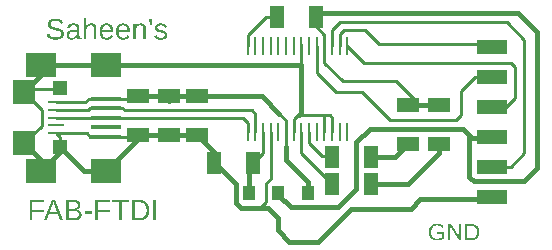
<source format=gbr>
G04 EAGLE Gerber RS-274X export*
G75*
%MOMM*%
%FSLAX34Y34*%
%LPD*%
%INTop Copper*%
%IPPOS*%
%AMOC8*
5,1,8,0,0,1.08239X$1,22.5*%
G01*
G04 Define Apertures*
%ADD10R,0.227331X1.500000*%
%ADD11R,2.540000X1.270000*%
%ADD12R,2.500000X0.350000*%
%ADD13R,2.500000X2.000000*%
%ADD14R,1.900000X2.150000*%
%ADD15R,1.300000X1.200000*%
%ADD16R,1.350000X0.228600*%
%ADD17R,1.350000X0.243841*%
%ADD18R,1.270000X1.905000*%
%ADD19R,1.905000X1.270000*%
%ADD20R,1.000000X1.200000*%
%ADD21C,0.228600*%
%ADD22C,0.406400*%
G36*
X60354Y188718D02*
X60733Y188747D01*
X61097Y188797D01*
X61446Y188866D01*
X61780Y188954D01*
X62098Y189063D01*
X62402Y189191D01*
X62690Y189339D01*
X62966Y189511D01*
X63234Y189711D01*
X63493Y189938D01*
X63743Y190194D01*
X63985Y190477D01*
X64218Y190787D01*
X64443Y191126D01*
X64659Y191492D01*
X64732Y191492D01*
X64758Y191160D01*
X64800Y190851D01*
X64856Y190565D01*
X64927Y190301D01*
X65014Y190060D01*
X65115Y189842D01*
X65232Y189647D01*
X65364Y189474D01*
X65514Y189323D01*
X65685Y189193D01*
X65877Y189082D01*
X66090Y188991D01*
X66323Y188921D01*
X66578Y188871D01*
X66853Y188840D01*
X67149Y188830D01*
X67582Y188843D01*
X68011Y188879D01*
X68435Y188941D01*
X68854Y189027D01*
X68854Y190401D01*
X68471Y190336D01*
X68131Y190315D01*
X67957Y190323D01*
X67798Y190346D01*
X67653Y190385D01*
X67523Y190439D01*
X67408Y190509D01*
X67307Y190594D01*
X67221Y190695D01*
X67149Y190812D01*
X67037Y191090D01*
X66956Y191430D01*
X66908Y191829D01*
X66892Y192290D01*
X66892Y198007D01*
X66872Y198534D01*
X66813Y199029D01*
X66714Y199491D01*
X66576Y199922D01*
X66398Y200321D01*
X66181Y200688D01*
X65924Y201023D01*
X65628Y201325D01*
X65293Y201594D01*
X64919Y201827D01*
X64506Y202024D01*
X64055Y202186D01*
X63564Y202311D01*
X63036Y202401D01*
X62468Y202454D01*
X61862Y202472D01*
X61283Y202458D01*
X60737Y202416D01*
X60224Y202346D01*
X59744Y202249D01*
X59296Y202123D01*
X58882Y201969D01*
X58500Y201787D01*
X58151Y201577D01*
X57834Y201339D01*
X57551Y201073D01*
X57300Y200779D01*
X57082Y200457D01*
X56896Y200108D01*
X56744Y199730D01*
X56624Y199324D01*
X56537Y198890D01*
X58844Y198682D01*
X58886Y198948D01*
X58945Y199196D01*
X59021Y199425D01*
X59114Y199635D01*
X59223Y199827D01*
X59350Y200000D01*
X59493Y200154D01*
X59653Y200289D01*
X59835Y200407D01*
X60041Y200509D01*
X60273Y200595D01*
X60531Y200666D01*
X60813Y200721D01*
X61121Y200760D01*
X61454Y200784D01*
X61813Y200792D01*
X62168Y200781D01*
X62500Y200748D01*
X62806Y200693D01*
X63088Y200617D01*
X63346Y200519D01*
X63579Y200398D01*
X63788Y200256D01*
X63972Y200092D01*
X64133Y199903D01*
X64272Y199685D01*
X64390Y199439D01*
X64487Y199163D01*
X64562Y198859D01*
X64616Y198526D01*
X64648Y198164D01*
X64659Y197774D01*
X64659Y197050D01*
X61678Y197001D01*
X60949Y196966D01*
X60273Y196900D01*
X59648Y196801D01*
X59075Y196670D01*
X58555Y196506D01*
X58086Y196311D01*
X57669Y196083D01*
X57304Y195823D01*
X56986Y195532D01*
X56711Y195211D01*
X56478Y194860D01*
X56287Y194480D01*
X56139Y194069D01*
X56033Y193629D01*
X55970Y193158D01*
X55948Y192658D01*
X55964Y192210D01*
X56011Y191787D01*
X56090Y191388D01*
X56200Y191014D01*
X56341Y190664D01*
X56514Y190339D01*
X56719Y190039D01*
X56954Y189763D01*
X57221Y189515D01*
X57520Y189301D01*
X57849Y189120D01*
X58209Y188971D01*
X58600Y188856D01*
X59022Y188774D01*
X59476Y188724D01*
X59960Y188708D01*
X60354Y188718D01*
G37*
%LPC*%
G36*
X60201Y190373D02*
X59954Y190401D01*
X59723Y190447D01*
X59508Y190511D01*
X59308Y190594D01*
X59123Y190695D01*
X58954Y190815D01*
X58801Y190953D01*
X58664Y191108D01*
X58546Y191278D01*
X58446Y191463D01*
X58364Y191664D01*
X58300Y191880D01*
X58254Y192112D01*
X58227Y192359D01*
X58218Y192621D01*
X58225Y192864D01*
X58245Y193094D01*
X58278Y193313D01*
X58325Y193520D01*
X58386Y193715D01*
X58460Y193898D01*
X58547Y194069D01*
X58647Y194228D01*
X58886Y194515D01*
X59170Y194762D01*
X59502Y194969D01*
X59880Y195136D01*
X60093Y195205D01*
X60329Y195266D01*
X60873Y195363D01*
X61510Y195426D01*
X62242Y195455D01*
X64659Y195504D01*
X64659Y194412D01*
X64650Y194159D01*
X64625Y193907D01*
X64582Y193656D01*
X64522Y193408D01*
X64446Y193161D01*
X64352Y192916D01*
X64241Y192673D01*
X64113Y192431D01*
X63970Y192197D01*
X63815Y191975D01*
X63647Y191767D01*
X63467Y191571D01*
X63275Y191388D01*
X63070Y191218D01*
X62852Y191060D01*
X62622Y190916D01*
X62382Y190787D01*
X62133Y190674D01*
X61876Y190579D01*
X61610Y190502D01*
X61336Y190441D01*
X61054Y190398D01*
X60763Y190372D01*
X60463Y190364D01*
X60201Y190373D01*
G37*
%LPD*%
G36*
X90425Y188720D02*
X90917Y188757D01*
X91386Y188818D01*
X91830Y188904D01*
X92251Y189014D01*
X92649Y189149D01*
X93022Y189309D01*
X93372Y189493D01*
X93699Y189701D01*
X94001Y189934D01*
X94280Y190192D01*
X94535Y190474D01*
X94767Y190781D01*
X94975Y191112D01*
X95159Y191468D01*
X95320Y191848D01*
X93381Y192400D01*
X93296Y192184D01*
X93193Y191978D01*
X93073Y191781D01*
X92935Y191594D01*
X92780Y191416D01*
X92607Y191248D01*
X92417Y191089D01*
X92210Y190940D01*
X91985Y190805D01*
X91742Y190688D01*
X91481Y190589D01*
X91202Y190508D01*
X90906Y190445D01*
X90592Y190400D01*
X90260Y190373D01*
X89910Y190364D01*
X89469Y190383D01*
X89056Y190441D01*
X88670Y190538D01*
X88312Y190674D01*
X87980Y190848D01*
X87676Y191061D01*
X87399Y191312D01*
X87149Y191603D01*
X86928Y191929D01*
X86736Y192288D01*
X86574Y192679D01*
X86441Y193103D01*
X86337Y193559D01*
X86264Y194048D01*
X86219Y194570D01*
X86205Y195124D01*
X95676Y195124D01*
X95676Y195418D01*
X95653Y196272D01*
X95584Y197072D01*
X95533Y197450D01*
X95470Y197816D01*
X95396Y198167D01*
X95310Y198504D01*
X95213Y198828D01*
X95104Y199138D01*
X94984Y199434D01*
X94853Y199717D01*
X94710Y199986D01*
X94556Y200240D01*
X94390Y200482D01*
X94213Y200709D01*
X94024Y200922D01*
X93824Y201122D01*
X93613Y201308D01*
X93390Y201480D01*
X93155Y201639D01*
X92910Y201784D01*
X92653Y201914D01*
X92384Y202032D01*
X92104Y202135D01*
X91812Y202224D01*
X91510Y202300D01*
X91195Y202362D01*
X90870Y202410D01*
X90532Y202445D01*
X90184Y202466D01*
X89824Y202472D01*
X89472Y202466D01*
X89130Y202445D01*
X88798Y202411D01*
X88477Y202363D01*
X88166Y202301D01*
X87865Y202226D01*
X87575Y202137D01*
X87295Y202034D01*
X87025Y201917D01*
X86766Y201787D01*
X86517Y201643D01*
X86278Y201486D01*
X86049Y201314D01*
X85831Y201129D01*
X85623Y200931D01*
X85426Y200718D01*
X85239Y200493D01*
X85065Y200256D01*
X84902Y200006D01*
X84752Y199745D01*
X84614Y199472D01*
X84487Y199187D01*
X84373Y198890D01*
X84271Y198580D01*
X84181Y198259D01*
X84102Y197926D01*
X84036Y197581D01*
X83982Y197224D01*
X83940Y196855D01*
X83910Y196474D01*
X83892Y196081D01*
X83886Y195676D01*
X83892Y195250D01*
X83910Y194838D01*
X83940Y194439D01*
X83982Y194053D01*
X84036Y193680D01*
X84102Y193321D01*
X84181Y192975D01*
X84271Y192643D01*
X84373Y192323D01*
X84487Y192018D01*
X84614Y191725D01*
X84752Y191446D01*
X84902Y191180D01*
X85065Y190927D01*
X85239Y190688D01*
X85426Y190462D01*
X85624Y190250D01*
X85832Y190051D01*
X86052Y189866D01*
X86283Y189694D01*
X86525Y189537D01*
X86778Y189393D01*
X87042Y189263D01*
X87316Y189146D01*
X87602Y189043D01*
X87899Y188954D01*
X88207Y188879D01*
X88525Y188817D01*
X88855Y188769D01*
X89195Y188735D01*
X89547Y188715D01*
X89910Y188708D01*
X90425Y188720D01*
G37*
%LPC*%
G36*
X86229Y196817D02*
X86261Y197274D01*
X86320Y197705D01*
X86406Y198112D01*
X86519Y198493D01*
X86659Y198849D01*
X86826Y199180D01*
X87020Y199486D01*
X87241Y199767D01*
X87486Y200019D01*
X87752Y200237D01*
X88039Y200421D01*
X88347Y200572D01*
X88676Y200690D01*
X89025Y200774D01*
X89396Y200824D01*
X89787Y200841D01*
X90189Y200826D01*
X90567Y200781D01*
X90920Y200705D01*
X91250Y200600D01*
X91555Y200465D01*
X91836Y200299D01*
X92094Y200103D01*
X92326Y199878D01*
X92536Y199619D01*
X92724Y199325D01*
X92891Y198996D01*
X93035Y198631D01*
X93157Y198231D01*
X93258Y197795D01*
X93337Y197324D01*
X93394Y196817D01*
X86229Y196817D01*
G37*
%LPD*%
G36*
X104394Y188720D02*
X104886Y188757D01*
X105354Y188818D01*
X105799Y188904D01*
X106220Y189014D01*
X106617Y189149D01*
X106991Y189309D01*
X107341Y189493D01*
X107667Y189701D01*
X107970Y189934D01*
X108249Y190192D01*
X108504Y190474D01*
X108736Y190781D01*
X108944Y191112D01*
X109128Y191468D01*
X109289Y191848D01*
X107350Y192400D01*
X107265Y192184D01*
X107162Y191978D01*
X107042Y191781D01*
X106904Y191594D01*
X106749Y191416D01*
X106576Y191248D01*
X106386Y191089D01*
X106179Y190940D01*
X105953Y190805D01*
X105711Y190688D01*
X105450Y190589D01*
X105171Y190508D01*
X104875Y190445D01*
X104560Y190400D01*
X104228Y190373D01*
X103878Y190364D01*
X103438Y190383D01*
X103025Y190441D01*
X102639Y190538D01*
X102280Y190674D01*
X101949Y190848D01*
X101645Y191061D01*
X101368Y191312D01*
X101118Y191603D01*
X100897Y191929D01*
X100705Y192288D01*
X100542Y192679D01*
X100410Y193103D01*
X100306Y193559D01*
X100232Y194048D01*
X100188Y194570D01*
X100173Y195124D01*
X109644Y195124D01*
X109644Y195418D01*
X109621Y196272D01*
X109553Y197072D01*
X109501Y197450D01*
X109439Y197816D01*
X109364Y198167D01*
X109279Y198504D01*
X109181Y198828D01*
X109073Y199138D01*
X108953Y199434D01*
X108821Y199717D01*
X108679Y199986D01*
X108524Y200240D01*
X108359Y200482D01*
X108181Y200709D01*
X107993Y200922D01*
X107793Y201122D01*
X107581Y201308D01*
X107358Y201480D01*
X107124Y201639D01*
X106878Y201784D01*
X106621Y201914D01*
X106353Y202032D01*
X106073Y202135D01*
X105781Y202224D01*
X105478Y202300D01*
X105164Y202362D01*
X104838Y202410D01*
X104501Y202445D01*
X104152Y202466D01*
X103792Y202472D01*
X103440Y202466D01*
X103098Y202445D01*
X102767Y202411D01*
X102446Y202363D01*
X102135Y202301D01*
X101834Y202226D01*
X101544Y202137D01*
X101264Y202034D01*
X100994Y201917D01*
X100735Y201787D01*
X100485Y201643D01*
X100247Y201486D01*
X100018Y201314D01*
X99800Y201129D01*
X99592Y200931D01*
X99394Y200718D01*
X99208Y200493D01*
X99034Y200256D01*
X98871Y200006D01*
X98721Y199745D01*
X98582Y199472D01*
X98456Y199187D01*
X98342Y198890D01*
X98240Y198580D01*
X98149Y198259D01*
X98071Y197926D01*
X98005Y197581D01*
X97951Y197224D01*
X97909Y196855D01*
X97879Y196474D01*
X97861Y196081D01*
X97855Y195676D01*
X97861Y195250D01*
X97879Y194838D01*
X97909Y194439D01*
X97951Y194053D01*
X98005Y193680D01*
X98071Y193321D01*
X98149Y192975D01*
X98240Y192643D01*
X98342Y192323D01*
X98456Y192018D01*
X98582Y191725D01*
X98721Y191446D01*
X98871Y191180D01*
X99034Y190927D01*
X99208Y190688D01*
X99394Y190462D01*
X99592Y190250D01*
X99801Y190051D01*
X100021Y189866D01*
X100252Y189694D01*
X100494Y189537D01*
X100747Y189393D01*
X101010Y189263D01*
X101285Y189146D01*
X101571Y189043D01*
X101868Y188954D01*
X102175Y188879D01*
X102494Y188817D01*
X102824Y188769D01*
X103164Y188735D01*
X103516Y188715D01*
X103878Y188708D01*
X104394Y188720D01*
G37*
%LPC*%
G36*
X100198Y196817D02*
X100230Y197274D01*
X100289Y197705D01*
X100375Y198112D01*
X100488Y198493D01*
X100628Y198849D01*
X100795Y199180D01*
X100989Y199486D01*
X101210Y199767D01*
X101455Y200019D01*
X101721Y200237D01*
X102008Y200421D01*
X102316Y200572D01*
X102644Y200690D01*
X102994Y200774D01*
X103364Y200824D01*
X103756Y200841D01*
X104158Y200826D01*
X104535Y200781D01*
X104889Y200705D01*
X105219Y200600D01*
X105524Y200465D01*
X105805Y200299D01*
X106062Y200103D01*
X106295Y199878D01*
X106505Y199619D01*
X106693Y199325D01*
X106859Y198996D01*
X107004Y198631D01*
X107126Y198231D01*
X107227Y197795D01*
X107306Y197324D01*
X107362Y196817D01*
X100198Y196817D01*
G37*
%LPD*%
G36*
X47422Y188728D02*
X48200Y188790D01*
X48930Y188892D01*
X49613Y189036D01*
X50247Y189220D01*
X50834Y189446D01*
X51374Y189713D01*
X51865Y190020D01*
X52304Y190365D01*
X52684Y190744D01*
X52852Y190946D01*
X53005Y191157D01*
X53144Y191376D01*
X53268Y191603D01*
X53378Y191839D01*
X53473Y192083D01*
X53553Y192336D01*
X53619Y192597D01*
X53670Y192866D01*
X53707Y193144D01*
X53729Y193430D01*
X53736Y193725D01*
X53720Y194182D01*
X53670Y194609D01*
X53588Y195004D01*
X53472Y195369D01*
X53328Y195707D01*
X53158Y196022D01*
X52963Y196315D01*
X52742Y196584D01*
X52499Y196831D01*
X52235Y197059D01*
X51950Y197267D01*
X51644Y197455D01*
X50990Y197788D01*
X50289Y198074D01*
X49548Y198320D01*
X48774Y198528D01*
X47185Y198902D01*
X46094Y199156D01*
X45201Y199389D01*
X44505Y199601D01*
X44008Y199792D01*
X43632Y199983D01*
X43304Y200194D01*
X43022Y200424D01*
X42787Y200675D01*
X42602Y200953D01*
X42529Y201105D01*
X42469Y201266D01*
X42423Y201435D01*
X42390Y201612D01*
X42370Y201799D01*
X42364Y201994D01*
X42381Y202324D01*
X42432Y202633D01*
X42517Y202920D01*
X42637Y203187D01*
X42790Y203433D01*
X42978Y203657D01*
X43200Y203860D01*
X43455Y204043D01*
X43744Y204204D01*
X44063Y204343D01*
X44412Y204461D01*
X44793Y204558D01*
X45204Y204633D01*
X45645Y204687D01*
X46118Y204719D01*
X46621Y204730D01*
X47080Y204720D01*
X47514Y204691D01*
X47922Y204643D01*
X48304Y204575D01*
X48661Y204488D01*
X48992Y204381D01*
X49298Y204255D01*
X49577Y204110D01*
X49833Y203944D01*
X50068Y203753D01*
X50281Y203539D01*
X50473Y203302D01*
X50643Y203041D01*
X50792Y202756D01*
X50919Y202448D01*
X51025Y202117D01*
X53331Y202521D01*
X53160Y203045D01*
X52960Y203528D01*
X52731Y203972D01*
X52473Y204375D01*
X52185Y204740D01*
X51868Y205064D01*
X51523Y205349D01*
X51148Y205595D01*
X50736Y205806D01*
X50282Y205989D01*
X49784Y206144D01*
X49243Y206271D01*
X48658Y206370D01*
X48031Y206440D01*
X47360Y206482D01*
X46645Y206496D01*
X45877Y206478D01*
X45154Y206421D01*
X44477Y206327D01*
X43847Y206196D01*
X43261Y206027D01*
X42722Y205820D01*
X42229Y205576D01*
X41781Y205294D01*
X41383Y204978D01*
X41038Y204629D01*
X40746Y204249D01*
X40507Y203837D01*
X40321Y203393D01*
X40248Y203160D01*
X40188Y202918D01*
X40142Y202668D01*
X40108Y202410D01*
X40088Y202145D01*
X40082Y201871D01*
X40102Y201400D01*
X40163Y200957D01*
X40265Y200542D01*
X40407Y200154D01*
X40587Y199791D01*
X40804Y199453D01*
X41057Y199138D01*
X41345Y198847D01*
X41680Y198575D01*
X42071Y198315D01*
X42517Y198069D01*
X43020Y197835D01*
X43612Y197608D01*
X44328Y197381D01*
X45167Y197154D01*
X46130Y196927D01*
X48277Y196424D01*
X48745Y196301D01*
X49179Y196164D01*
X49579Y196013D01*
X49945Y195848D01*
X50275Y195664D01*
X50566Y195458D01*
X50818Y195229D01*
X51031Y194977D01*
X51200Y194693D01*
X51321Y194369D01*
X51363Y194193D01*
X51393Y194006D01*
X51411Y193809D01*
X51417Y193603D01*
X51398Y193237D01*
X51340Y192894D01*
X51244Y192574D01*
X51109Y192276D01*
X50936Y192002D01*
X50724Y191750D01*
X50474Y191521D01*
X50185Y191315D01*
X49860Y191132D01*
X49503Y190974D01*
X49114Y190840D01*
X48692Y190730D01*
X48238Y190645D01*
X47752Y190584D01*
X47233Y190548D01*
X46682Y190536D01*
X46147Y190547D01*
X45642Y190581D01*
X45164Y190638D01*
X44716Y190718D01*
X44296Y190821D01*
X43906Y190946D01*
X43543Y191094D01*
X43210Y191266D01*
X42905Y191461D01*
X42627Y191682D01*
X42377Y191929D01*
X42155Y192203D01*
X41960Y192501D01*
X41793Y192826D01*
X41654Y193177D01*
X41542Y193554D01*
X39272Y193100D01*
X39419Y192568D01*
X39607Y192070D01*
X39836Y191607D01*
X40107Y191178D01*
X40420Y190784D01*
X40774Y190423D01*
X41169Y190097D01*
X41606Y189806D01*
X42085Y189548D01*
X42605Y189325D01*
X43166Y189137D01*
X43769Y188982D01*
X44414Y188862D01*
X45100Y188776D01*
X45827Y188725D01*
X46596Y188708D01*
X47422Y188728D01*
G37*
G36*
X72800Y196780D02*
X72815Y197225D01*
X72859Y197647D01*
X72932Y198046D01*
X73035Y198421D01*
X73167Y198773D01*
X73328Y199101D01*
X73519Y199406D01*
X73739Y199688D01*
X73983Y199941D01*
X74247Y200160D01*
X74530Y200345D01*
X74832Y200497D01*
X75154Y200615D01*
X75495Y200700D01*
X75855Y200750D01*
X76235Y200767D01*
X76728Y200747D01*
X77165Y200687D01*
X77544Y200588D01*
X77867Y200448D01*
X78141Y200266D01*
X78373Y200039D01*
X78564Y199766D01*
X78713Y199448D01*
X78826Y199063D01*
X78907Y198588D01*
X78955Y198023D01*
X78971Y197369D01*
X78971Y188953D01*
X81192Y188953D01*
X81192Y197798D01*
X81176Y198407D01*
X81128Y198971D01*
X81048Y199489D01*
X80935Y199962D01*
X80791Y200389D01*
X80615Y200771D01*
X80407Y201108D01*
X80167Y201399D01*
X79893Y201651D01*
X79584Y201869D01*
X79239Y202053D01*
X78859Y202204D01*
X78443Y202321D01*
X77992Y202405D01*
X77506Y202456D01*
X76984Y202472D01*
X76609Y202463D01*
X76250Y202434D01*
X75909Y202387D01*
X75584Y202321D01*
X75275Y202235D01*
X74984Y202131D01*
X74709Y202007D01*
X74450Y201865D01*
X74205Y201702D01*
X73968Y201518D01*
X73741Y201312D01*
X73523Y201085D01*
X73313Y200835D01*
X73113Y200564D01*
X72921Y200272D01*
X72739Y199957D01*
X72702Y199957D01*
X72757Y200878D01*
X72789Y201663D01*
X72800Y202423D01*
X72800Y207159D01*
X70592Y207159D01*
X70592Y188953D01*
X72800Y188953D01*
X72800Y196780D01*
G37*
G36*
X114706Y196645D02*
X114721Y197116D01*
X114764Y197561D01*
X114836Y197980D01*
X114936Y198372D01*
X115066Y198737D01*
X115224Y199076D01*
X115411Y199389D01*
X115627Y199675D01*
X115867Y199931D01*
X116129Y200153D01*
X116412Y200341D01*
X116715Y200494D01*
X117040Y200614D01*
X117386Y200699D01*
X117753Y200750D01*
X118142Y200767D01*
X118654Y200747D01*
X119102Y200687D01*
X119483Y200588D01*
X119648Y200523D01*
X119798Y200448D01*
X120061Y200263D01*
X120285Y200028D01*
X120472Y199742D01*
X120620Y199405D01*
X120732Y199007D01*
X120813Y198534D01*
X120861Y197988D01*
X120877Y197369D01*
X120877Y188953D01*
X123098Y188953D01*
X123098Y197798D01*
X123082Y198402D01*
X123035Y198961D01*
X122956Y199476D01*
X122845Y199947D01*
X122702Y200373D01*
X122529Y200755D01*
X122323Y201093D01*
X122086Y201387D01*
X121814Y201641D01*
X121506Y201862D01*
X121162Y202048D01*
X120781Y202201D01*
X120363Y202320D01*
X119909Y202405D01*
X119418Y202455D01*
X118890Y202472D01*
X118526Y202463D01*
X118178Y202437D01*
X117845Y202392D01*
X117527Y202330D01*
X117224Y202250D01*
X116936Y202152D01*
X116663Y202036D01*
X116406Y201902D01*
X116159Y201747D01*
X115921Y201566D01*
X115689Y201361D01*
X115466Y201131D01*
X115249Y200875D01*
X115040Y200594D01*
X114839Y200288D01*
X114645Y199957D01*
X114608Y199957D01*
X114565Y201276D01*
X114535Y201896D01*
X114510Y202227D01*
X112425Y202227D01*
X112457Y201857D01*
X112480Y201261D01*
X112498Y199393D01*
X112498Y188953D01*
X114706Y188953D01*
X114706Y196645D01*
G37*
G36*
X136427Y188724D02*
X137011Y188771D01*
X137561Y188851D01*
X138074Y188962D01*
X138553Y189105D01*
X138996Y189280D01*
X139403Y189487D01*
X139775Y189726D01*
X140107Y189994D01*
X140395Y190289D01*
X140639Y190610D01*
X140838Y190959D01*
X140993Y191334D01*
X141104Y191736D01*
X141170Y192165D01*
X141192Y192621D01*
X141177Y192991D01*
X141131Y193340D01*
X141054Y193669D01*
X140947Y193977D01*
X140811Y194265D01*
X140651Y194537D01*
X140465Y194790D01*
X140254Y195026D01*
X140009Y195248D01*
X139725Y195460D01*
X139399Y195662D01*
X139033Y195854D01*
X138585Y196045D01*
X138015Y196245D01*
X137321Y196453D01*
X136506Y196670D01*
X135659Y196884D01*
X134972Y197074D01*
X134445Y197240D01*
X134077Y197381D01*
X133806Y197517D01*
X133571Y197666D01*
X133370Y197830D01*
X133206Y198007D01*
X133077Y198203D01*
X132985Y198424D01*
X132930Y198669D01*
X132911Y198939D01*
X132922Y199162D01*
X132956Y199370D01*
X133011Y199564D01*
X133089Y199743D01*
X133189Y199907D01*
X133311Y200057D01*
X133456Y200192D01*
X133623Y200313D01*
X133813Y200420D01*
X134028Y200512D01*
X134267Y200590D01*
X134531Y200654D01*
X134819Y200703D01*
X135132Y200739D01*
X135469Y200760D01*
X135831Y200767D01*
X136160Y200760D01*
X136472Y200738D01*
X136766Y200701D01*
X137044Y200649D01*
X137305Y200583D01*
X137548Y200501D01*
X137775Y200406D01*
X137984Y200295D01*
X138175Y200170D01*
X138347Y200033D01*
X138500Y199883D01*
X138633Y199720D01*
X138746Y199544D01*
X138841Y199355D01*
X138916Y199154D01*
X138972Y198939D01*
X140959Y199185D01*
X140858Y199596D01*
X140728Y199979D01*
X140568Y200332D01*
X140378Y200657D01*
X140158Y200952D01*
X139909Y201218D01*
X139630Y201455D01*
X139321Y201663D01*
X138984Y201844D01*
X138618Y202001D01*
X138224Y202134D01*
X137801Y202242D01*
X137351Y202327D01*
X136873Y202387D01*
X136366Y202424D01*
X135831Y202436D01*
X135230Y202421D01*
X134666Y202376D01*
X134139Y202302D01*
X133649Y202198D01*
X133196Y202064D01*
X132780Y201901D01*
X132401Y201708D01*
X132058Y201485D01*
X131755Y201234D01*
X131492Y200955D01*
X131270Y200650D01*
X131088Y200318D01*
X130946Y199959D01*
X130845Y199572D01*
X130784Y199159D01*
X130764Y198718D01*
X130771Y198478D01*
X130793Y198247D01*
X130828Y198025D01*
X130878Y197814D01*
X130942Y197611D01*
X131020Y197419D01*
X131112Y197236D01*
X131218Y197062D01*
X131467Y196737D01*
X131759Y196438D01*
X132096Y196164D01*
X132476Y195915D01*
X132946Y195678D01*
X133554Y195438D01*
X134299Y195196D01*
X135181Y194952D01*
X136763Y194535D01*
X137323Y194365D01*
X137800Y194173D01*
X138194Y193960D01*
X138360Y193845D01*
X138505Y193725D01*
X138632Y193598D01*
X138742Y193462D01*
X138834Y193316D01*
X138910Y193161D01*
X138969Y192997D01*
X139011Y192824D01*
X139037Y192641D01*
X139045Y192449D01*
X139033Y192200D01*
X138996Y191966D01*
X138936Y191749D01*
X138850Y191548D01*
X138741Y191363D01*
X138607Y191193D01*
X138449Y191040D01*
X138266Y190904D01*
X138057Y190783D01*
X137820Y190678D01*
X137555Y190590D01*
X137262Y190517D01*
X136940Y190461D01*
X136590Y190421D01*
X136212Y190396D01*
X135806Y190388D01*
X135425Y190396D01*
X135064Y190419D01*
X134725Y190458D01*
X134408Y190513D01*
X134112Y190582D01*
X133837Y190668D01*
X133584Y190769D01*
X133353Y190885D01*
X133141Y191018D01*
X132949Y191169D01*
X132775Y191338D01*
X132620Y191525D01*
X132483Y191729D01*
X132366Y191951D01*
X132267Y192191D01*
X132187Y192449D01*
X130237Y192069D01*
X130353Y191651D01*
X130498Y191261D01*
X130672Y190900D01*
X130876Y190568D01*
X131109Y190264D01*
X131372Y189989D01*
X131664Y189742D01*
X131985Y189523D01*
X132338Y189332D01*
X132727Y189167D01*
X133152Y189026D01*
X133612Y188912D01*
X134107Y188822D01*
X134638Y188759D01*
X135205Y188720D01*
X135806Y188708D01*
X136427Y188724D01*
G37*
G36*
X128258Y206239D02*
X126001Y206239D01*
X126258Y200804D01*
X127988Y200804D01*
X128258Y206239D01*
G37*
G36*
X118274Y35695D02*
X118872Y35745D01*
X119452Y35829D01*
X120013Y35945D01*
X120556Y36096D01*
X121080Y36279D01*
X121586Y36496D01*
X122074Y36746D01*
X122539Y37027D01*
X122977Y37338D01*
X123387Y37678D01*
X123770Y38048D01*
X124126Y38447D01*
X124455Y38875D01*
X124756Y39332D01*
X125031Y39819D01*
X125275Y40331D01*
X125487Y40864D01*
X125666Y41417D01*
X125813Y41992D01*
X125927Y42588D01*
X126008Y43204D01*
X126057Y43841D01*
X126074Y44499D01*
X126064Y45000D01*
X126036Y45486D01*
X125990Y45957D01*
X125924Y46414D01*
X125841Y46856D01*
X125738Y47284D01*
X125617Y47697D01*
X125477Y48095D01*
X125319Y48480D01*
X125141Y48849D01*
X124946Y49204D01*
X124731Y49545D01*
X124498Y49871D01*
X124247Y50183D01*
X123976Y50480D01*
X123687Y50762D01*
X123381Y51029D01*
X123060Y51278D01*
X122722Y51511D01*
X122369Y51726D01*
X122000Y51923D01*
X121616Y52104D01*
X121216Y52268D01*
X120800Y52414D01*
X120368Y52543D01*
X119921Y52655D01*
X119458Y52749D01*
X118980Y52827D01*
X118486Y52887D01*
X117976Y52930D01*
X117450Y52956D01*
X116909Y52964D01*
X111192Y52964D01*
X111192Y35679D01*
X117658Y35679D01*
X118274Y35695D01*
G37*
%LPC*%
G36*
X113536Y37556D02*
X113536Y51087D01*
X116860Y51087D01*
X117271Y51081D01*
X117670Y51061D01*
X118056Y51028D01*
X118430Y50982D01*
X118792Y50923D01*
X119141Y50850D01*
X119478Y50764D01*
X119803Y50666D01*
X120115Y50554D01*
X120416Y50428D01*
X120703Y50290D01*
X120979Y50138D01*
X121242Y49974D01*
X121493Y49796D01*
X121731Y49605D01*
X121958Y49400D01*
X122171Y49184D01*
X122370Y48955D01*
X122556Y48714D01*
X122728Y48462D01*
X122886Y48197D01*
X123030Y47921D01*
X123161Y47632D01*
X123278Y47332D01*
X123381Y47019D01*
X123471Y46695D01*
X123546Y46359D01*
X123608Y46011D01*
X123656Y45651D01*
X123691Y45279D01*
X123711Y44895D01*
X123718Y44499D01*
X123706Y43975D01*
X123670Y43467D01*
X123609Y42978D01*
X123525Y42506D01*
X123416Y42052D01*
X123283Y41615D01*
X123126Y41196D01*
X122945Y40794D01*
X122742Y40413D01*
X122517Y40055D01*
X122271Y39720D01*
X122005Y39408D01*
X121718Y39119D01*
X121410Y38853D01*
X121081Y38610D01*
X120731Y38390D01*
X120363Y38194D01*
X119981Y38025D01*
X119585Y37882D01*
X119174Y37764D01*
X118749Y37673D01*
X118310Y37608D01*
X117856Y37569D01*
X117388Y37556D01*
X113536Y37556D01*
G37*
%LPD*%
G36*
X63125Y35699D02*
X63812Y35759D01*
X64458Y35859D01*
X65062Y35999D01*
X65626Y36179D01*
X66149Y36400D01*
X66631Y36660D01*
X67071Y36961D01*
X67465Y37297D01*
X67807Y37666D01*
X68096Y38066D01*
X68332Y38499D01*
X68516Y38963D01*
X68588Y39208D01*
X68647Y39460D01*
X68693Y39720D01*
X68726Y39988D01*
X68746Y40265D01*
X68752Y40549D01*
X68735Y40972D01*
X68682Y41377D01*
X68595Y41763D01*
X68473Y42130D01*
X68316Y42479D01*
X68124Y42809D01*
X67897Y43121D01*
X67636Y43414D01*
X67477Y43559D01*
X67342Y43683D01*
X67018Y43925D01*
X66666Y44140D01*
X66283Y44326D01*
X65871Y44485D01*
X65430Y44616D01*
X64959Y44719D01*
X64458Y44794D01*
X64840Y44893D01*
X65199Y45015D01*
X65536Y45157D01*
X65851Y45321D01*
X66143Y45507D01*
X66413Y45714D01*
X66522Y45814D01*
X66662Y45942D01*
X66887Y46192D01*
X67089Y46461D01*
X67263Y46744D01*
X67411Y47043D01*
X67531Y47358D01*
X67625Y47688D01*
X67692Y48033D01*
X67733Y48393D01*
X67746Y48769D01*
X67740Y49027D01*
X67722Y49277D01*
X67651Y49752D01*
X67532Y50195D01*
X67366Y50604D01*
X67152Y50981D01*
X66890Y51325D01*
X66581Y51637D01*
X66225Y51915D01*
X65821Y52161D01*
X65369Y52374D01*
X64870Y52555D01*
X64323Y52702D01*
X63729Y52817D01*
X63087Y52899D01*
X62398Y52948D01*
X61661Y52964D01*
X55380Y52964D01*
X55380Y35679D01*
X62397Y35679D01*
X63125Y35699D01*
G37*
%LPC*%
G36*
X57723Y37556D02*
X57723Y43788D01*
X62091Y43788D01*
X62610Y43776D01*
X63097Y43740D01*
X63550Y43680D01*
X63969Y43597D01*
X64355Y43490D01*
X64707Y43358D01*
X65026Y43203D01*
X65311Y43024D01*
X65562Y42821D01*
X65781Y42595D01*
X65965Y42344D01*
X66116Y42070D01*
X66233Y41771D01*
X66317Y41449D01*
X66368Y41103D01*
X66384Y40733D01*
X66369Y40350D01*
X66323Y39991D01*
X66246Y39657D01*
X66139Y39347D01*
X66001Y39062D01*
X65832Y38801D01*
X65633Y38565D01*
X65403Y38353D01*
X65139Y38166D01*
X64839Y38004D01*
X64503Y37867D01*
X64130Y37755D01*
X63721Y37668D01*
X63275Y37605D01*
X62793Y37568D01*
X62275Y37556D01*
X57723Y37556D01*
G37*
G36*
X57723Y45616D02*
X57723Y51087D01*
X61661Y51087D01*
X62102Y51078D01*
X62515Y51050D01*
X62902Y51003D01*
X63262Y50937D01*
X63595Y50852D01*
X63902Y50749D01*
X64181Y50627D01*
X64434Y50486D01*
X64658Y50323D01*
X64852Y50136D01*
X65017Y49923D01*
X65151Y49686D01*
X65256Y49423D01*
X65331Y49136D01*
X65376Y48824D01*
X65391Y48486D01*
X65376Y48133D01*
X65333Y47804D01*
X65260Y47498D01*
X65159Y47215D01*
X65029Y46956D01*
X64870Y46721D01*
X64681Y46509D01*
X64464Y46321D01*
X64218Y46156D01*
X63942Y46013D01*
X63636Y45891D01*
X63300Y45792D01*
X62935Y45715D01*
X62540Y45660D01*
X62116Y45627D01*
X61661Y45616D01*
X57723Y45616D01*
G37*
%LPD*%
G36*
X41003Y40733D02*
X48879Y40733D01*
X50854Y35679D01*
X53247Y35679D01*
X46303Y52964D01*
X43641Y52964D01*
X36587Y35679D01*
X39016Y35679D01*
X41003Y40733D01*
G37*
%LPC*%
G36*
X41715Y42561D02*
X43923Y48241D01*
X44450Y49692D01*
X44831Y50854D01*
X44941Y51198D01*
X45272Y50179D01*
X45616Y49167D01*
X45959Y48266D01*
X48180Y42561D01*
X41715Y42561D01*
G37*
%LPD*%
G36*
X27004Y42684D02*
X36647Y42684D01*
X36647Y44622D01*
X27004Y44622D01*
X27004Y51051D01*
X36941Y51051D01*
X36941Y52964D01*
X24661Y52964D01*
X24661Y35679D01*
X27004Y35679D01*
X27004Y42684D01*
G37*
G36*
X82817Y42684D02*
X92460Y42684D01*
X92460Y44622D01*
X82817Y44622D01*
X82817Y51051D01*
X92754Y51051D01*
X92754Y52964D01*
X80474Y52964D01*
X80474Y35679D01*
X82817Y35679D01*
X82817Y42684D01*
G37*
G36*
X102621Y51051D02*
X108558Y51051D01*
X108558Y52964D01*
X94352Y52964D01*
X94352Y51051D01*
X100290Y51051D01*
X100290Y35679D01*
X102621Y35679D01*
X102621Y51051D01*
G37*
G36*
X131918Y52964D02*
X129575Y52964D01*
X129575Y35679D01*
X131918Y35679D01*
X131918Y52964D01*
G37*
G36*
X77319Y43334D02*
X71185Y43334D01*
X71185Y41371D01*
X77319Y41371D01*
X77319Y43334D01*
G37*
G36*
X399208Y18928D02*
X399686Y18968D01*
X400149Y19035D01*
X400598Y19128D01*
X401033Y19248D01*
X401452Y19395D01*
X401857Y19568D01*
X402247Y19768D01*
X402618Y19993D01*
X402968Y20242D01*
X403297Y20514D01*
X403603Y20809D01*
X403888Y21128D01*
X404151Y21471D01*
X404392Y21837D01*
X404611Y22226D01*
X404807Y22635D01*
X404976Y23061D01*
X405119Y23504D01*
X405237Y23964D01*
X405328Y24440D01*
X405393Y24933D01*
X405432Y25443D01*
X405445Y25969D01*
X405438Y26369D01*
X405415Y26758D01*
X405378Y27134D01*
X405326Y27500D01*
X405259Y27853D01*
X405177Y28196D01*
X405080Y28526D01*
X404968Y28845D01*
X404841Y29152D01*
X404700Y29448D01*
X404543Y29732D01*
X404372Y30004D01*
X404185Y30265D01*
X403984Y30514D01*
X403768Y30752D01*
X403537Y30978D01*
X403292Y31191D01*
X403035Y31390D01*
X402765Y31576D01*
X402482Y31748D01*
X402188Y31906D01*
X401880Y32051D01*
X401560Y32182D01*
X401228Y32298D01*
X400882Y32402D01*
X400525Y32491D01*
X400155Y32567D01*
X399772Y32629D01*
X399377Y32677D01*
X398969Y32711D01*
X398549Y32732D01*
X398116Y32739D01*
X393544Y32739D01*
X393544Y18915D01*
X398715Y18915D01*
X399208Y18928D01*
G37*
%LPC*%
G36*
X395418Y20416D02*
X395418Y31238D01*
X398077Y31238D01*
X398724Y31217D01*
X399332Y31153D01*
X399901Y31048D01*
X400430Y30900D01*
X400920Y30711D01*
X401371Y30479D01*
X401782Y30205D01*
X402153Y29889D01*
X402483Y29532D01*
X402769Y29138D01*
X403011Y28705D01*
X403209Y28234D01*
X403363Y27725D01*
X403473Y27178D01*
X403539Y26592D01*
X403561Y25969D01*
X403552Y25549D01*
X403523Y25144D01*
X403474Y24752D01*
X403407Y24375D01*
X403320Y24011D01*
X403214Y23662D01*
X403088Y23327D01*
X402943Y23006D01*
X402780Y22701D01*
X402601Y22415D01*
X402405Y22147D01*
X402191Y21897D01*
X401962Y21666D01*
X401715Y21453D01*
X401452Y21259D01*
X401172Y21083D01*
X400878Y20926D01*
X400573Y20791D01*
X400256Y20676D01*
X399928Y20582D01*
X399588Y20509D01*
X399236Y20457D01*
X398873Y20426D01*
X398499Y20416D01*
X395418Y20416D01*
G37*
%LPD*%
G36*
X380712Y28098D02*
X380663Y29736D01*
X380614Y30688D01*
X388012Y18915D01*
X390268Y18915D01*
X390268Y32739D01*
X388581Y32739D01*
X388581Y23673D01*
X388610Y22545D01*
X388698Y20887D01*
X381222Y32739D01*
X379044Y32739D01*
X379044Y18915D01*
X380712Y18915D01*
X380712Y28098D01*
G37*
G36*
X370209Y18728D02*
X370663Y18757D01*
X371108Y18805D01*
X371544Y18872D01*
X371972Y18958D01*
X372392Y19063D01*
X372803Y19188D01*
X373206Y19331D01*
X373597Y19493D01*
X373972Y19670D01*
X374332Y19862D01*
X374676Y20071D01*
X375005Y20295D01*
X375319Y20536D01*
X375617Y20791D01*
X375899Y21063D01*
X375899Y25832D01*
X370042Y25832D01*
X370042Y24262D01*
X374172Y24262D01*
X374172Y21770D01*
X373781Y21435D01*
X373335Y21137D01*
X372832Y20876D01*
X372274Y20651D01*
X371676Y20471D01*
X371056Y20342D01*
X370737Y20297D01*
X370413Y20265D01*
X370083Y20245D01*
X369747Y20239D01*
X369170Y20263D01*
X368625Y20334D01*
X368111Y20452D01*
X367631Y20618D01*
X367182Y20831D01*
X366765Y21092D01*
X366381Y21400D01*
X366029Y21755D01*
X365714Y22151D01*
X365441Y22582D01*
X365210Y23047D01*
X365021Y23547D01*
X364874Y24081D01*
X364769Y24650D01*
X364706Y25253D01*
X364685Y25890D01*
X364704Y26529D01*
X364764Y27131D01*
X364863Y27696D01*
X365001Y28224D01*
X365179Y28715D01*
X365397Y29170D01*
X365654Y29587D01*
X365950Y29967D01*
X366284Y30306D01*
X366654Y30600D01*
X367058Y30849D01*
X367498Y31052D01*
X367973Y31211D01*
X368483Y31324D01*
X369029Y31392D01*
X369610Y31414D01*
X369987Y31406D01*
X370349Y31380D01*
X370694Y31338D01*
X371024Y31279D01*
X371338Y31203D01*
X371636Y31111D01*
X371919Y31001D01*
X372185Y30875D01*
X372437Y30730D01*
X372675Y30565D01*
X372899Y30380D01*
X373109Y30176D01*
X373305Y29951D01*
X373487Y29706D01*
X373655Y29442D01*
X373809Y29158D01*
X375595Y29687D01*
X375391Y30100D01*
X375166Y30483D01*
X374921Y30837D01*
X374655Y31162D01*
X374369Y31457D01*
X374063Y31724D01*
X373735Y31961D01*
X373387Y32170D01*
X373016Y32351D01*
X372617Y32509D01*
X372192Y32642D01*
X371739Y32751D01*
X371260Y32836D01*
X370753Y32896D01*
X370219Y32933D01*
X369659Y32945D01*
X369256Y32938D01*
X368865Y32916D01*
X368485Y32880D01*
X368117Y32830D01*
X367760Y32765D01*
X367414Y32685D01*
X367080Y32592D01*
X366757Y32484D01*
X366446Y32361D01*
X366146Y32224D01*
X365858Y32073D01*
X365581Y31907D01*
X365315Y31727D01*
X365061Y31533D01*
X364818Y31324D01*
X364587Y31100D01*
X364368Y30864D01*
X364163Y30615D01*
X363973Y30355D01*
X363797Y30083D01*
X363635Y29799D01*
X363486Y29503D01*
X363352Y29195D01*
X363233Y28876D01*
X363127Y28544D01*
X363035Y28201D01*
X362958Y27845D01*
X362894Y27478D01*
X362845Y27099D01*
X362809Y26708D01*
X362788Y26305D01*
X362781Y25890D01*
X362794Y25350D01*
X362833Y24827D01*
X362898Y24323D01*
X362988Y23836D01*
X363105Y23367D01*
X363248Y22917D01*
X363416Y22484D01*
X363610Y22069D01*
X363829Y21675D01*
X364071Y21304D01*
X364336Y20958D01*
X364625Y20635D01*
X364936Y20336D01*
X365271Y20061D01*
X365628Y19809D01*
X366009Y19582D01*
X366411Y19379D01*
X366831Y19204D01*
X367271Y19056D01*
X367729Y18934D01*
X368205Y18840D01*
X368701Y18772D01*
X369215Y18732D01*
X369747Y18718D01*
X370209Y18728D01*
G37*
D10*
X293812Y183200D03*
X287312Y183200D03*
X280812Y183200D03*
X274312Y183200D03*
X267812Y183200D03*
X261312Y183200D03*
X254812Y183200D03*
X248312Y183200D03*
X241812Y183200D03*
X235312Y183200D03*
X228812Y183200D03*
X222312Y183200D03*
X215812Y183200D03*
X209312Y183200D03*
X209312Y110700D03*
X215812Y110700D03*
X222312Y110700D03*
X228812Y110700D03*
X235312Y110700D03*
X241812Y110700D03*
X248312Y110700D03*
X254812Y110700D03*
X261312Y110700D03*
X267812Y110700D03*
X274312Y110700D03*
X280812Y110700D03*
X287312Y110700D03*
X293812Y110700D03*
D11*
X416571Y55668D03*
X416571Y81068D03*
X416571Y106468D03*
X416571Y131868D03*
X416571Y157268D03*
X416571Y182668D03*
D12*
X89544Y122575D03*
X89544Y130575D03*
X89544Y106575D03*
X89544Y114575D03*
D13*
X34544Y77575D03*
X34544Y167575D03*
X89544Y77575D03*
X89544Y167575D03*
D12*
X89544Y138575D03*
D14*
X20270Y144325D03*
X20270Y100825D03*
D15*
X50770Y147575D03*
X50770Y97575D03*
D16*
X47270Y122575D03*
X47270Y129075D03*
D17*
X47270Y135575D03*
D16*
X47270Y116075D03*
D17*
X47270Y109575D03*
D18*
X181204Y84277D03*
X214224Y84277D03*
D19*
X166218Y107899D03*
X166218Y140919D03*
D18*
X233836Y208104D03*
X266856Y208104D03*
D19*
X116688Y107645D03*
X116688Y140665D03*
X142850Y107642D03*
X142850Y140662D03*
D18*
X313792Y89611D03*
X280772Y89611D03*
X313792Y66497D03*
X280772Y66497D03*
D19*
X344780Y100533D03*
X344780Y133553D03*
X371729Y100228D03*
X371729Y133248D03*
D20*
X235306Y59100D03*
X260306Y59100D03*
X210306Y59100D03*
D21*
X173203Y108153D02*
X167297Y107938D01*
X166218Y107899D01*
X248387Y111836D02*
X248387Y121361D01*
X251562Y124536D01*
X252578Y124536D02*
X254737Y124536D01*
X252578Y124536D02*
X251562Y124536D01*
X248387Y111836D02*
X248312Y110700D01*
X254737Y124536D02*
X254737Y166827D01*
X254737Y181686D01*
X254812Y183200D01*
X22835Y99136D02*
X20270Y100825D01*
X254812Y183200D02*
X254737Y184861D01*
X35313Y129282D02*
X20270Y144325D01*
X35313Y129282D02*
X35313Y115868D01*
X20270Y100825D01*
X142850Y103581D02*
X142850Y105613D01*
X142850Y107642D01*
X115618Y106575D02*
X89544Y106575D01*
X115618Y106575D02*
X116688Y107645D01*
X116691Y107642D02*
X142850Y107642D01*
X116691Y107642D02*
X116688Y107645D01*
X142850Y107642D02*
X143146Y107938D01*
X167297Y107938D01*
X166218Y107899D02*
X164948Y106629D01*
D22*
X89544Y167575D02*
X253989Y167575D01*
X254737Y166827D01*
X89544Y167575D02*
X34544Y167575D01*
X34544Y158599D01*
X20270Y144325D01*
X20270Y100825D02*
X34544Y86551D01*
X34544Y77575D01*
X50770Y93801D01*
X50770Y97575D01*
X70770Y77575D01*
X89544Y77575D01*
D21*
X50770Y106075D02*
X47270Y109575D01*
X50770Y106075D02*
X50770Y97575D01*
X20270Y144325D02*
X22706Y146761D01*
X49956Y146761D02*
X50770Y147575D01*
X49956Y146761D02*
X22706Y146761D01*
D22*
X199210Y66271D02*
X199210Y50575D01*
X199210Y66271D02*
X183871Y81610D01*
X181204Y84277D01*
X183871Y90246D02*
X166218Y107899D01*
X183871Y90246D02*
X183871Y81610D01*
X166218Y107899D02*
X143185Y107899D01*
X143146Y107938D01*
X140818Y107645D02*
X116688Y107645D01*
X140818Y107645D02*
X142850Y105613D01*
X254737Y126695D02*
X254737Y166827D01*
X254737Y126695D02*
X252578Y124536D01*
D21*
X254737Y124536D02*
X272898Y124536D01*
X278936Y124536D01*
X280812Y122661D01*
X280812Y110700D01*
X274312Y110700D02*
X274312Y123122D01*
X272898Y124536D01*
X225099Y67257D02*
X225099Y51543D01*
X220066Y46510D01*
X228812Y70970D02*
X228812Y110700D01*
X228812Y70970D02*
X225099Y67257D01*
X72930Y109575D02*
X47270Y109575D01*
X72930Y109575D02*
X75930Y106575D01*
X89544Y106575D01*
D22*
X234716Y27311D02*
X244337Y17690D01*
X234716Y27311D02*
X234716Y38069D01*
X226274Y46510D01*
X203275Y46510D02*
X199210Y50575D01*
X203275Y46510D02*
X226274Y46510D01*
X115618Y103649D02*
X89544Y77575D01*
X115618Y103649D02*
X115618Y106575D01*
X347338Y45493D02*
X355314Y53469D01*
X347338Y45493D02*
X296532Y45493D01*
X268729Y17690D02*
X244337Y17690D01*
X268729Y17690D02*
X296532Y45493D01*
X414371Y53469D02*
X416571Y55668D01*
X414371Y53469D02*
X355314Y53469D01*
D21*
X215824Y110713D02*
X215824Y125947D01*
X215824Y110713D02*
X215812Y110700D01*
X74430Y129075D02*
X47270Y129075D01*
X74430Y129075D02*
X75903Y130548D01*
X89517Y130548D02*
X89544Y130575D01*
X89517Y130548D02*
X75903Y130548D01*
X89544Y130575D02*
X103539Y130575D01*
X212666Y129105D02*
X215824Y125947D01*
X105009Y129105D02*
X103539Y130575D01*
X105009Y129105D02*
X212666Y129105D01*
X89544Y122575D02*
X47270Y122575D01*
X89544Y122575D02*
X205006Y122575D01*
X209312Y118269D02*
X209312Y110700D01*
X209312Y118269D02*
X205006Y122575D01*
X346812Y133553D02*
X346812Y134061D01*
X346812Y138252D01*
X235306Y59100D02*
X235306Y57353D01*
X371729Y133248D02*
X372110Y133248D01*
X371729Y133248D02*
X350114Y133248D01*
X350114Y133553D02*
X346812Y133553D01*
X344780Y133553D01*
X274322Y183190D02*
X274312Y183200D01*
X274297Y183185D01*
X274297Y169133D01*
X289912Y153518D02*
X334721Y153518D01*
X289912Y153518D02*
X274297Y169133D01*
X274322Y192760D02*
X266855Y200227D01*
X274322Y192760D02*
X274322Y183190D01*
X334721Y153518D02*
X350114Y138125D01*
X350114Y134061D01*
X350114Y133553D01*
X350114Y133248D01*
D22*
X347624Y133248D02*
X371729Y133248D01*
X347624Y133248D02*
X346812Y134061D01*
X345288Y134061D02*
X344780Y133553D01*
X345288Y134061D02*
X350114Y134061D01*
X312664Y112979D02*
X301346Y101661D01*
X301346Y62575D01*
X245655Y47004D02*
X235306Y57353D01*
X285775Y47004D02*
X301346Y62575D01*
X285775Y47004D02*
X245655Y47004D01*
D21*
X266855Y200227D02*
X266856Y208104D01*
D22*
X312664Y112979D02*
X391338Y112979D01*
X396733Y107584D01*
X398932Y105385D01*
X415487Y105385D01*
X416571Y106468D01*
X268125Y211477D02*
X266855Y210207D01*
X266856Y208104D01*
X268125Y211477D02*
X437899Y211477D01*
X454050Y195326D01*
X454050Y79629D01*
X396733Y72625D02*
X396733Y107584D01*
X443044Y68623D02*
X454050Y79629D01*
X443044Y68623D02*
X400736Y68623D01*
X396733Y72625D01*
D21*
X416571Y131868D02*
X428303Y131869D01*
X435824Y165623D02*
X432621Y168826D01*
X308186Y168826D02*
X293812Y183200D01*
X308186Y168826D02*
X432621Y168826D01*
X435824Y139389D02*
X428303Y131869D01*
X435824Y139389D02*
X435824Y165623D01*
X267947Y183065D02*
X267812Y183200D01*
X267947Y183065D02*
X267947Y160660D01*
X283979Y144628D01*
X306384Y144628D01*
X401765Y157269D02*
X416571Y157268D01*
X389966Y145470D02*
X389966Y124869D01*
X389966Y145470D02*
X401765Y157269D01*
X389966Y124869D02*
X386027Y120929D01*
X330082Y120929D01*
X306384Y144628D01*
X320767Y185016D02*
X414224Y185016D01*
X287309Y183203D02*
X287309Y193206D01*
X287309Y183203D02*
X287312Y183200D01*
X414224Y185016D02*
X416571Y182668D01*
X290899Y196796D02*
X287309Y193206D01*
X290899Y196796D02*
X308986Y196796D01*
X320767Y185016D01*
X241801Y120281D02*
X241801Y110710D01*
X241812Y110700D01*
X241801Y120281D02*
X236235Y125847D01*
X142850Y138125D02*
X142850Y140662D01*
X142850Y138125D02*
X142850Y136601D01*
X71949Y135575D02*
X47270Y135575D01*
X89517Y138548D02*
X89544Y138575D01*
X74922Y138548D02*
X71949Y135575D01*
X74922Y138548D02*
X89517Y138548D01*
X89544Y138575D02*
X114598Y138575D01*
X116688Y140665D01*
X140310Y140665D01*
X142850Y138125D01*
X142850Y140662D02*
X165961Y140662D01*
X166218Y140919D01*
X167234Y140919D01*
X221163Y140919D01*
X241802Y108494D02*
X241822Y108471D01*
X241812Y108638D02*
X241812Y110700D01*
X241812Y108638D02*
X241802Y108494D01*
X241822Y108471D02*
X241822Y97561D01*
X241898Y97485D01*
D22*
X260306Y68549D02*
X260306Y59100D01*
X241898Y86957D02*
X241898Y97485D01*
X241898Y86957D02*
X260306Y68549D01*
X138786Y140665D02*
X116688Y140665D01*
X138786Y140665D02*
X142850Y136601D01*
X142850Y140662D02*
X166977Y140662D01*
X167234Y140919D01*
X166218Y140919D02*
X221163Y140919D01*
X236235Y125847D01*
D21*
X214224Y84277D02*
X211557Y81610D01*
D22*
X210306Y80359D02*
X210306Y59100D01*
X210306Y80359D02*
X211557Y81610D01*
X214224Y84277D02*
X214224Y89397D01*
D21*
X214224Y84277D02*
X222312Y92365D01*
X222312Y110700D01*
X209312Y183200D02*
X209398Y183287D01*
X209398Y192857D01*
X224645Y208104D01*
X233836Y208104D01*
X272576Y89865D02*
X280518Y89865D01*
X280772Y89611D01*
X261312Y101130D02*
X261312Y110700D01*
X261312Y101130D02*
X272576Y89865D01*
X254812Y92332D02*
X254812Y110700D01*
X254812Y92332D02*
X272265Y74879D01*
X272390Y74879D02*
X280772Y66497D01*
X272390Y74879D02*
X272265Y74879D01*
D22*
X333858Y89611D02*
X344780Y100533D01*
X333858Y89611D02*
X313792Y89611D01*
D21*
X315062Y67386D02*
X313792Y66497D01*
D22*
X313919Y66624D01*
X371729Y92964D02*
X371729Y100228D01*
X371729Y92964D02*
X345389Y66624D01*
X313919Y66624D01*
D21*
X280812Y183200D02*
X280959Y183348D01*
X280959Y196726D01*
X443636Y188468D02*
X443636Y92583D01*
X432122Y81069D01*
X416571Y81068D01*
X287862Y203629D02*
X280959Y196726D01*
X287862Y203629D02*
X428476Y203629D01*
X443636Y188468D01*
M02*

</source>
